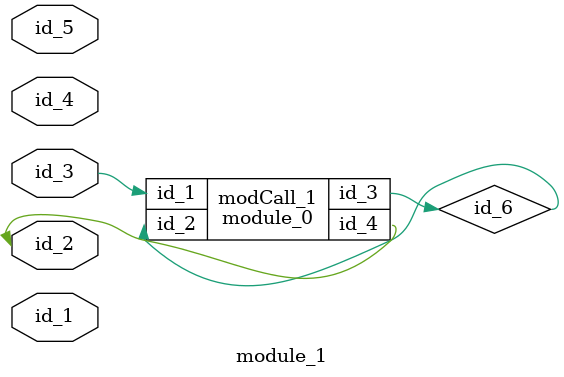
<source format=v>
module module_0 (
    id_1,
    id_2,
    id_3,
    id_4
);
  output wire id_4;
  output wire id_3;
  input wire id_2;
  input wire id_1;
  wire id_5, id_6;
  wire id_7;
endmodule
module module_1 (
    id_1,
    id_2,
    id_3,
    id_4,
    id_5
);
  input wire id_5;
  input wire id_4;
  inout wire id_3;
  inout wire id_2;
  input wire id_1;
  wire id_6;
  always {""} <= 1;
  wire id_7, id_8;
  module_0 modCall_1 (
      id_3,
      id_6,
      id_6,
      id_2
  );
  wire id_9;
endmodule

</source>
